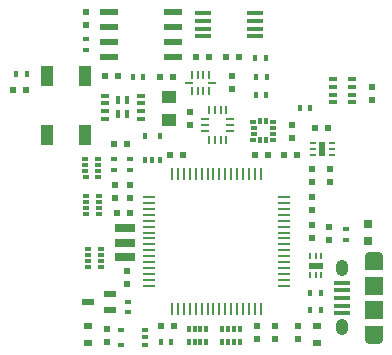
<source format=gtp>
G04 #@! TF.FileFunction,Paste,Top*
%FSLAX46Y46*%
G04 Gerber Fmt 4.6, Leading zero omitted, Abs format (unit mm)*
G04 Created by KiCad (PCBNEW 4.0.4+dfsg1-stable) date Tue Jan  3 20:31:21 2017*
%MOMM*%
%LPD*%
G01*
G04 APERTURE LIST*
%ADD10C,0.100000*%
%ADD11R,0.300000X0.600000*%
%ADD12R,0.600000X0.300000*%
%ADD13R,0.500000X0.300000*%
%ADD14R,1.100000X1.700000*%
%ADD15R,0.650000X0.350000*%
%ADD16R,0.465000X0.720000*%
%ADD17R,0.500000X0.600000*%
%ADD18R,0.600000X0.500000*%
%ADD19R,0.797560X0.797560*%
%ADD20R,1.250000X1.000000*%
%ADD21R,0.600000X0.400000*%
%ADD22R,0.400000X0.600000*%
%ADD23R,1.450000X0.450000*%
%ADD24R,0.508000X0.304800*%
%ADD25R,0.304800X0.508000*%
%ADD26R,0.700000X0.600000*%
%ADD27R,1.000760X0.599440*%
%ADD28R,1.550000X0.600000*%
%ADD29R,1.700000X0.700000*%
%ADD30R,0.800000X0.250000*%
%ADD31R,0.250000X0.800000*%
%ADD32R,0.700000X0.250000*%
%ADD33R,0.250000X0.700000*%
%ADD34R,0.600000X0.270000*%
%ADD35R,0.500000X1.250000*%
%ADD36R,0.270000X0.600000*%
%ADD37R,1.250000X0.500000*%
%ADD38R,1.000000X0.250000*%
%ADD39R,0.250000X1.000000*%
%ADD40R,1.550000X1.500000*%
%ADD41R,1.550000X1.075000*%
%ADD42O,1.550000X0.900000*%
%ADD43O,1.050000X1.400000*%
%ADD44R,1.350000X0.400000*%
%ADD45R,0.475000X0.300000*%
%ADD46R,0.525000X0.300000*%
%ADD47R,0.300000X0.525000*%
G04 APERTURE END LIST*
D10*
D11*
X56350000Y-66450000D03*
X57350000Y-66450000D03*
X56850000Y-66450000D03*
X57850000Y-66450000D03*
X56850000Y-65350000D03*
X56350000Y-65350000D03*
X57350000Y-65350000D03*
X57850000Y-65350000D03*
X59200000Y-66450000D03*
X60200000Y-66450000D03*
X59700000Y-66450000D03*
X60700000Y-66450000D03*
X59700000Y-65350000D03*
X59200000Y-65350000D03*
X60200000Y-65350000D03*
X60700000Y-65350000D03*
D12*
X48775000Y-55625000D03*
X48775000Y-54625000D03*
X48775000Y-55125000D03*
X48775000Y-54125000D03*
X47675000Y-55125000D03*
X47675000Y-55625000D03*
X47675000Y-54625000D03*
X47675000Y-54125000D03*
X47600000Y-50975000D03*
X47600000Y-51975000D03*
X47600000Y-51475000D03*
D13*
X47650000Y-52475000D03*
D12*
X48700000Y-51475000D03*
X48700000Y-50975000D03*
X48700000Y-51975000D03*
D13*
X48650000Y-52475000D03*
D14*
X47574000Y-48982000D03*
X47574000Y-43982000D03*
X44374000Y-48982000D03*
X44374000Y-43982000D03*
D15*
X52337500Y-47575000D03*
X52337500Y-46925000D03*
X52337500Y-46275000D03*
X52337500Y-45625000D03*
X49237500Y-45625000D03*
X49237500Y-46275000D03*
X49237500Y-46925000D03*
X49237500Y-47575000D03*
D16*
X50400000Y-46000000D03*
X50400000Y-47200000D03*
X51175000Y-46000000D03*
X51175000Y-47200000D03*
D17*
X47625000Y-38502500D03*
X47625000Y-39602500D03*
X66800000Y-54190000D03*
X66800000Y-55290000D03*
X62150000Y-65130000D03*
X62150000Y-66230000D03*
D18*
X41471760Y-45110400D03*
X42571760Y-45110400D03*
X50000000Y-49700000D03*
X51100000Y-49700000D03*
D17*
X68200000Y-57800000D03*
X68200000Y-56700000D03*
D18*
X53900000Y-44000000D03*
X55000000Y-44000000D03*
X49259400Y-43950000D03*
X50359400Y-43950000D03*
X60600000Y-42350000D03*
X59500000Y-42350000D03*
D17*
X60050000Y-43950000D03*
X60050000Y-45050000D03*
D18*
X56950000Y-42375000D03*
X58050000Y-42375000D03*
D17*
X50150000Y-54250000D03*
X50150000Y-53150000D03*
X51425000Y-54250000D03*
X51425000Y-53150000D03*
D18*
X50275000Y-55575000D03*
X51375000Y-55575000D03*
X65500000Y-50650000D03*
X64400000Y-50650000D03*
D17*
X63700000Y-65140000D03*
X63700000Y-66240000D03*
D18*
X55150000Y-65150000D03*
X54050000Y-65150000D03*
D17*
X65600000Y-65150000D03*
X65600000Y-66250000D03*
X65140000Y-49170000D03*
X65140000Y-48070000D03*
X68350000Y-51800000D03*
X68350000Y-52900000D03*
X51100000Y-61550000D03*
X51100000Y-60450000D03*
D18*
X67020000Y-48390000D03*
X68120000Y-48390000D03*
D17*
X49400000Y-66500000D03*
X49400000Y-65400000D03*
X66802000Y-57700000D03*
X66802000Y-56600000D03*
X56450000Y-47000000D03*
X56450000Y-48100000D03*
D18*
X54800000Y-50650000D03*
X55900000Y-50650000D03*
D17*
X66780000Y-52880000D03*
X66780000Y-51780000D03*
D18*
X63100000Y-50650000D03*
X62000000Y-50650000D03*
D17*
X71870000Y-44840000D03*
X71870000Y-45940000D03*
D19*
X71500000Y-56451400D03*
X71500000Y-57950000D03*
D20*
X54700000Y-47700000D03*
X54700000Y-45700000D03*
D21*
X47625000Y-40825000D03*
X47625000Y-41725000D03*
D22*
X52520000Y-43992800D03*
X51620000Y-43992800D03*
X54900000Y-66500000D03*
X54000000Y-66500000D03*
X62921300Y-45525000D03*
X62021300Y-45525000D03*
X62950000Y-44050000D03*
X62050000Y-44050000D03*
X41774960Y-43809920D03*
X42674960Y-43809920D03*
X62900000Y-42400000D03*
X62000000Y-42400000D03*
D21*
X69700000Y-57800000D03*
X69700000Y-56900000D03*
X51200000Y-63050000D03*
X51200000Y-63950000D03*
D22*
X67550000Y-63800000D03*
X66650000Y-63800000D03*
X67550000Y-62350000D03*
X66650000Y-62350000D03*
D21*
X50050000Y-51000000D03*
X50050000Y-51900000D03*
X51425000Y-51000000D03*
X51425000Y-51900000D03*
D22*
X65750000Y-46650000D03*
X66650000Y-46650000D03*
D23*
X57575000Y-38650000D03*
X57575000Y-39300000D03*
X57575000Y-39950000D03*
X57575000Y-40600000D03*
X61975000Y-40600000D03*
X61975000Y-39950000D03*
X61975000Y-39300000D03*
X61975000Y-38650000D03*
D24*
X52682000Y-66700000D03*
X52682000Y-65430000D03*
X50650000Y-66700000D03*
X52682000Y-66065000D03*
X50650000Y-65430000D03*
D25*
X52625000Y-51086000D03*
X53895000Y-51086000D03*
X52625000Y-49054000D03*
X53260000Y-51086000D03*
X53895000Y-49054000D03*
D26*
X47850000Y-66550000D03*
X47850000Y-65150000D03*
X67200000Y-65150000D03*
X67200000Y-66550000D03*
D27*
X49700000Y-62424520D03*
X49700000Y-63725000D03*
X47800080Y-63074760D03*
D28*
X55050000Y-42375000D03*
X55050000Y-41105000D03*
X55050000Y-39835000D03*
X55050000Y-38565000D03*
X49650000Y-38565000D03*
X49650000Y-39835000D03*
X49650000Y-41105000D03*
X49650000Y-42375000D03*
D29*
X50950000Y-59250000D03*
X50950000Y-58050000D03*
X50950000Y-56850000D03*
D30*
X59830000Y-48600000D03*
X59830000Y-48100000D03*
X59830000Y-47600000D03*
D31*
X58050000Y-49400000D03*
X58550000Y-49400000D03*
X59050000Y-49400000D03*
X59550000Y-49400000D03*
D30*
X57770000Y-48600000D03*
X57770000Y-48100000D03*
X57770000Y-47600000D03*
D31*
X58050000Y-46800000D03*
X58550000Y-46800000D03*
X59050000Y-46800000D03*
X59550000Y-46800000D03*
D15*
X68575000Y-46175000D03*
X70225000Y-46175000D03*
X68575000Y-45525000D03*
X70225000Y-45525000D03*
X68575000Y-44875000D03*
X70225000Y-44875000D03*
X68575000Y-44225000D03*
X70225000Y-44225000D03*
D32*
X58353200Y-44550000D03*
X56353200Y-44550000D03*
D33*
X56603200Y-43850000D03*
X57103200Y-43850000D03*
X57603200Y-43850000D03*
X58103200Y-43850000D03*
X58103200Y-45250000D03*
X57603200Y-45250000D03*
X57103200Y-45250000D03*
X56603200Y-45250000D03*
D34*
X66900000Y-50600000D03*
X68450000Y-50600000D03*
X66900000Y-50100000D03*
X68450000Y-50100000D03*
X66900000Y-49600000D03*
X68450000Y-49600000D03*
D35*
X67675000Y-50100000D03*
D36*
X67600000Y-60775000D03*
X67600000Y-59225000D03*
X67100000Y-60775000D03*
X67100000Y-59225000D03*
X66600000Y-60775000D03*
X66600000Y-59225000D03*
D37*
X67100000Y-60000000D03*
D38*
X53000000Y-54200100D03*
X53000000Y-54700100D03*
X53000000Y-55200100D03*
X53000000Y-55700100D03*
X53000000Y-56200100D03*
X53000000Y-56700100D03*
X53000000Y-57200100D03*
X53000000Y-57700100D03*
X53000000Y-58200100D03*
X53000000Y-58700100D03*
X53000000Y-59200100D03*
X53000000Y-59700100D03*
X53000000Y-60200100D03*
X53000000Y-60700100D03*
X53000000Y-61200100D03*
X53000000Y-61700100D03*
D39*
X54950000Y-63650100D03*
X55450000Y-63650100D03*
X55950000Y-63650100D03*
X56450000Y-63650100D03*
X56950000Y-63650100D03*
X57450000Y-63650100D03*
X57950000Y-63650100D03*
X58450000Y-63650100D03*
X58950000Y-63650100D03*
X59450000Y-63650100D03*
X59950000Y-63650100D03*
X60450000Y-63650100D03*
X60950000Y-63650100D03*
X61450000Y-63650100D03*
X61950000Y-63650100D03*
X62450000Y-63650100D03*
D38*
X64400000Y-61700100D03*
X64400000Y-61200100D03*
X64400000Y-60700100D03*
X64400000Y-60200100D03*
X64400000Y-59700100D03*
X64400000Y-59200100D03*
X64400000Y-58700100D03*
X64400000Y-58200100D03*
X64400000Y-57700100D03*
X64400000Y-57200100D03*
X64400000Y-56700100D03*
X64400000Y-56200100D03*
X64400000Y-55700100D03*
X64400000Y-55200100D03*
X64400000Y-54700100D03*
X64400000Y-54200100D03*
D39*
X62450000Y-52250100D03*
X61950000Y-52250100D03*
X61450000Y-52250100D03*
X60950000Y-52250100D03*
X60450000Y-52250100D03*
X59950000Y-52250100D03*
X59450000Y-52250100D03*
X58950000Y-52250100D03*
X58450000Y-52250100D03*
X57950000Y-52250100D03*
X57450000Y-52250100D03*
X56950000Y-52250100D03*
X56450000Y-52250100D03*
X55950000Y-52250100D03*
X55450000Y-52250100D03*
X54950000Y-52250100D03*
D40*
X72009000Y-61738000D03*
X72009000Y-63738000D03*
D41*
X72009000Y-59838000D03*
D42*
X72009000Y-59238000D03*
X72009000Y-66238000D03*
D43*
X69309000Y-60238000D03*
D44*
X69309000Y-61438000D03*
X69309000Y-62088000D03*
X69309000Y-62738000D03*
X69309000Y-63388000D03*
X69309000Y-64038000D03*
D43*
X69309000Y-65238000D03*
D41*
X72009000Y-65638000D03*
D45*
X63470000Y-47850000D03*
D46*
X63455000Y-48350000D03*
X63455000Y-48850000D03*
D45*
X63470000Y-49350000D03*
D47*
X62900000Y-47795000D03*
X62400000Y-49405000D03*
X62900000Y-49405000D03*
X62400000Y-47795000D03*
D45*
X61830000Y-49350000D03*
D46*
X61845000Y-48850000D03*
X61845000Y-48350000D03*
D45*
X61830000Y-47850000D03*
D12*
X47850000Y-58600000D03*
X47850000Y-59600000D03*
X47850000Y-59100000D03*
X47850000Y-60100000D03*
X48950000Y-59100000D03*
X48950000Y-58600000D03*
X48950000Y-59600000D03*
X48950000Y-60100000D03*
M02*

</source>
